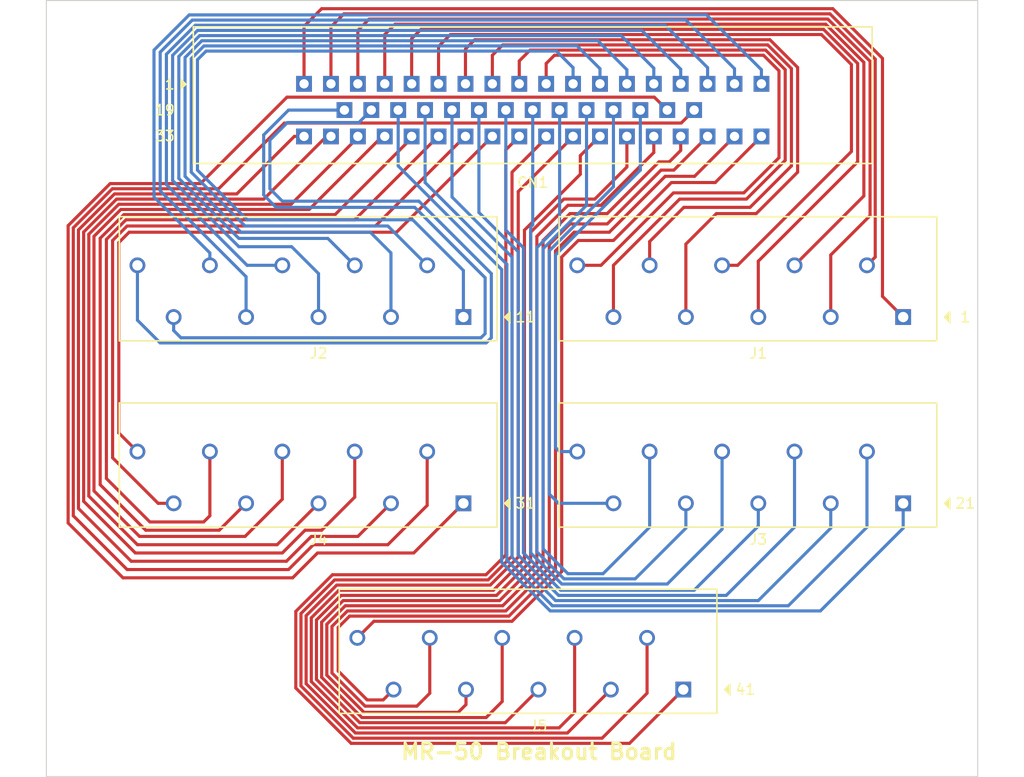
<source format=kicad_pcb>
(kicad_pcb (version 20211014) (generator pcbnew)
  (layers (0 "F.Cu" signal) (31 "B.Cu" signal) (34 "B.Paste" user) (35 "F.Paste" user) (36 "B.SilkS" user "B.Silkscreen") (37 "F.SilkS" user "F.Silkscreen") (38 "B.Mask" user) (39 "F.Mask" user) (44 "Edge.Cuts" user))
  (net 0 "")
  (net 1 "Net-(CN1-Pad1)")
  (net 2 "Net-(CN1-Pad2)")
  (net 3 "Net-(CN1-Pad3)")
  (net 4 "Net-(CN1-Pad4)")
  (net 5 "Net-(CN1-Pad5)")
  (net 6 "Net-(CN1-Pad6)")
  (net 7 "Net-(CN1-Pad7)")
  (net 8 "Net-(CN1-Pad8)")
  (net 9 "Net-(CN1-Pad9)")
  (net 10 "Net-(CN1-Pad10)")
  (net 11 "Net-(CN1-Pad11)")
  (net 12 "Net-(CN1-Pad12)")
  (net 13 "Net-(CN1-Pad13)")
  (net 14 "Net-(CN1-Pad14)")
  (net 15 "Net-(CN1-Pad15)")
  (net 16 "Net-(CN1-Pad16)")
  (net 17 "Net-(CN1-Pad17)")
  (net 18 "Net-(CN1-Pad18)")
  (net 19 "Net-(CN1-Pad19)")
  (net 20 "Net-(CN1-Pad20)")
  (net 21 "Net-(CN1-Pad21)")
  (net 22 "Net-(CN1-Pad22)")
  (net 23 "Net-(CN1-Pad23)")
  (net 24 "Net-(CN1-Pad24)")
  (net 25 "Net-(CN1-Pad25)")
  (net 26 "Net-(CN1-Pad26)")
  (net 27 "Net-(CN1-Pad27)")
  (net 28 "Net-(CN1-Pad28)")
  (net 29 "Net-(CN1-Pad29)")
  (net 30 "Net-(CN1-Pad30)")
  (net 31 "Net-(CN1-Pad31)")
  (net 32 "Net-(CN1-Pad32)")
  (net 33 "Net-(CN1-Pad33)")
  (net 34 "Net-(CN1-Pad34)")
  (net 35 "Net-(CN1-Pad35)")
  (net 36 "Net-(CN1-Pad36)")
  (net 37 "Net-(CN1-Pad37)")
  (net 38 "Net-(CN1-Pad38)")
  (net 39 "Net-(CN1-Pad39)")
  (net 40 "Net-(CN1-Pad40)")
  (net 41 "Net-(CN1-Pad41)")
  (net 42 "Net-(CN1-Pad42)")
  (net 43 "Net-(CN1-Pad43)")
  (net 44 "Net-(CN1-Pad44)")
  (net 45 "Net-(CN1-Pad45)")
  (net 46 "Net-(CN1-Pad46)")
  (net 47 "Net-(CN1-Pad47)")
  (net 48 "Net-(CN1-Pad48)")
  (net 49 "Net-(CN1-Pad49)")
  (net 50 "Net-(CN1-Pad50)")
  (footprint "MountingHole:MountingHole_3.2mm_M3" (layer "F.Cu") (at 188 89.41)
    (fp_text reference "REF**" hide)
    (fp_text value "MountingHole_3.2mm_M3")
  )
  (footprint "Connector_Phoenix_PTSA:PhoenixContact_PTSA_1,5_10_3,5-Z" (layer "F.Cu") (at 164.55 86 180)
    (fp_text reference "J5")
    (fp_text value "PTSA-1.5-10-3.5-Z")
  )
  (footprint "Connector_Phoenix_PTSA:PhoenixContact_PTSA_1,5_10_3,5-Z" (layer "F.Cu") (at 143.3 68 180)
    (fp_text reference "J4")
    (fp_text value "PTSA-1.5-10-3.5-Z")
  )
  (footprint "Connector_Phoenix_PTSA:PhoenixContact_PTSA_1,5_10_3,5-Z" (layer "F.Cu") (at 185.8 68 180)
    (fp_text reference "J3")
    (fp_text value "PTSA-1.5-10-3.5-Z")
  )
  (footprint "MountingHole:MountingHole_3.2mm_M3" (layer "F.Cu") (at 108 89.41)
    (fp_text reference "REF**" hide)
    (fp_text value "MountingHole_3.2mm_M3")
  )
  (footprint "Connector_Honda:MR-50RMA+" (layer "F.Cu") (at 150 30)
    (fp_text reference "CN1")
    (fp_text value "MR-50RMA+")
  )
  (footprint "Connector_Phoenix_PTSA:PhoenixContact_PTSA_1,5_10_3,5-Z" (layer "F.Cu") (at 143.3 50 180)
    (fp_text reference "J2")
    (fp_text value "PTSA-1.5-10-3.5-Z")
  )
  (footprint "Connector_Phoenix_PTSA:PhoenixContact_PTSA_1,5_10_3,5-Z" (layer "F.Cu") (at 185.8 50 180)
    (fp_text reference "J1")
    (fp_text value "PTSA-1.5-10-3.5-Z")
  )
  (footprint "MountingHole:MountingHole_3.2mm_M3" (layer "F.Cu") (at 188 24.41)
    (fp_text reference "REF**" hide)
    (fp_text value "MountingHole_3.2mm_M3")
  )
  (footprint "MountingHole:MountingHole_3.2mm_M3" (layer "F.Cu") (at 108 24.41)
    (fp_text reference "REF**" hide)
    (fp_text value "MountingHole_3.2mm_M3")
  )
  (gr_line (start 193 19.41) (end 103 19.41) (layer "Edge.Cuts") (width 0.1))
  (gr_line (start 193 94.41) (end 193 19.41) (layer "Edge.Cuts") (width 0.1))
  (gr_line (start 103 94.41) (end 193 94.41) (layer "Edge.Cuts") (width 0.1))
  (gr_line (start 103 19.41) (end 103 94.41) (layer "Edge.Cuts") (width 0.1))
  (gr_text "MR-50 Breakout Board" (at 150.6 92) (layer "F.SilkS") (effects (font (size 1.5 1.5) (thickness 0.3))))
  (segment (start 179 20.2) (end 183.8 25) (width 0.3) (layer "F.Cu") (net 1))
  (segment (start 183.8 48) (end 185.8 50) (width 0.3) (layer "F.Cu") (net 1))
  (segment (start 127.9 27.46) (end 127.9 21.9) (width 0.3) (layer "F.Cu") (net 1))
  (segment (start 183.8 25) (end 183.8 48) (width 0.3) (layer "F.Cu") (net 1))
  (segment (start 127.9 21.9) (end 129.6 20.2) (width 0.3) (layer "F.Cu") (net 1))
  (segment (start 129.6 20.2) (end 179 20.2) (width 0.3) (layer "F.Cu") (net 1))
  (segment (start 183.09952 44.20048) (end 182.3 45) (width 0.3) (layer "F.Cu") (net 2))
  (segment (start 183.09952 25.073808) (end 183.09952 44.20048) (width 0.3) (layer "F.Cu") (net 2))
  (segment (start 130.5 21.94952) (end 131.75 20.69952) (width 0.3) (layer "F.Cu") (net 2))
  (segment (start 130.5 27.46) (end 130.5 21.94952) (width 0.3) (layer "F.Cu") (net 2))
  (segment (start 131.75 20.69952) (end 178.725232 20.69952) (width 0.3) (layer "F.Cu") (net 2))
  (segment (start 178.725232 20.69952) (end 183.09952 25.073808) (width 0.3) (layer "F.Cu") (net 2))
  (segment (start 133.1 27.46) (end 133.1 22.3) (width 0.3) (layer "F.Cu") (net 3))
  (segment (start 182.6 25.280716) (end 182.6 40.2) (width 0.3) (layer "F.Cu") (net 3))
  (segment (start 178.520247 21.200963) (end 182.6 25.280716) (width 0.3) (layer "F.Cu") (net 3))
  (segment (start 182.6 40.2) (end 178.8 44) (width 0.3) (layer "F.Cu") (net 3))
  (segment (start 178.8 44) (end 178.8 50) (width 0.3) (layer "F.Cu") (net 3))
  (segment (start 134.199037 21.200963) (end 178.520247 21.200963) (width 0.3) (layer "F.Cu") (net 3))
  (segment (start 133.1 22.3) (end 134.199037 21.200963) (width 0.3) (layer "F.Cu") (net 3))
  (segment (start 178.313338 21.700482) (end 182 25.387144) (width 0.3) (layer "F.Cu") (net 4))
  (segment (start 182 38.3) (end 175.3 45) (width 0.3) (layer "F.Cu") (net 4))
  (segment (start 136.699518 21.700482) (end 178.313338 21.700482) (width 0.3) (layer "F.Cu") (net 4))
  (segment (start 182 25.387144) (end 182 38.3) (width 0.3) (layer "F.Cu") (net 4))
  (segment (start 135.7 27.46) (end 135.7 22.7) (width 0.3) (layer "F.Cu") (net 4))
  (segment (start 135.7 22.7) (end 136.699518 21.700482) (width 0.3) (layer "F.Cu") (net 4))
  (segment (start 138.3 27.46) (end 138.3 23.1) (width 0.3) (layer "F.Cu") (net 5))
  (segment (start 171.8 44.6) (end 171.8 50) (width 0.3) (layer "F.Cu") (net 5))
  (segment (start 178.106429 22.200001) (end 181.4 25.493572) (width 0.3) (layer "F.Cu") (net 5))
  (segment (start 181.4 35) (end 171.8 44.6) (width 0.3) (layer "F.Cu") (net 5))
  (segment (start 138.3 23.1) (end 139.199999 22.200001) (width 0.3) (layer "F.Cu") (net 5))
  (segment (start 181.4 25.493572) (end 181.4 35) (width 0.3) (layer "F.Cu") (net 5))
  (segment (start 139.199999 22.200001) (end 178.106429 22.200001) (width 0.3) (layer "F.Cu") (net 5))
  (segment (start 140.9 23.85) (end 142.05048 22.69952) (width 0.3) (layer "F.Cu") (net 6))
  (segment (start 177.89952 22.69952) (end 180.8 25.6) (width 0.3) (layer "F.Cu") (net 6))
  (segment (start 169.8 45) (end 168.3 45) (width 0.3) (layer "F.Cu") (net 6))
  (segment (start 142.05048 22.69952) (end 177.89952 22.69952) (width 0.3) (layer "F.Cu") (net 6))
  (segment (start 180.8 34) (end 169.8 45) (width 0.3) (layer "F.Cu") (net 6))
  (segment (start 180.8 25.6) (end 180.8 34) (width 0.3) (layer "F.Cu") (net 6))
  (segment (start 140.9 27.46) (end 140.9 23.85) (width 0.3) (layer "F.Cu") (net 6))
  (segment (start 144.399999 23.200001) (end 172.919284 23.200001) (width 0.3) (layer "F.Cu") (net 7))
  (segment (start 175.6 36) (end 171.6 40) (width 0.3) (layer "F.Cu") (net 7))
  (segment (start 171.6 40) (end 167.75 40) (width 0.3) (layer "F.Cu") (net 7))
  (segment (start 167.75 40) (end 164.8 42.95) (width 0.3) (layer "F.Cu") (net 7))
  (segment (start 164.8 42.95) (end 164.8 50) (width 0.3) (layer "F.Cu") (net 7))
  (segment (start 143.5 24.1) (end 144.399999 23.200001) (width 0.3) (layer "F.Cu") (net 7))
  (segment (start 175.6 25.880717) (end 175.6 36) (width 0.3) (layer "F.Cu") (net 7))
  (segment (start 143.5 27.46) (end 143.5 24.1) (width 0.3) (layer "F.Cu") (net 7))
  (segment (start 172.919284 23.200001) (end 175.6 25.880717) (width 0.3) (layer "F.Cu") (net 7))
  (segment (start 146.1 27.46) (end 146.1 24.7) (width 0.3) (layer "F.Cu") (net 8))
  (segment (start 172.713338 23.700482) (end 175 25.987144) (width 0.3) (layer "F.Cu") (net 8))
  (segment (start 147.099518 23.700482) (end 172.713338 23.700482) (width 0.3) (layer "F.Cu") (net 8))
  (segment (start 164.6 39.4) (end 161.3 42.7) (width 0.3) (layer "F.Cu") (net 8))
  (segment (start 175 35.4) (end 171 39.4) (width 0.3) (layer "F.Cu") (net 8))
  (segment (start 171 39.4) (end 164.6 39.4) (width 0.3) (layer "F.Cu") (net 8))
  (segment (start 175 25.987144) (end 175 35.4) (width 0.3) (layer "F.Cu") (net 8))
  (segment (start 161.3 42.7) (end 161.3 45) (width 0.3) (layer "F.Cu") (net 8))
  (segment (start 146.1 24.7) (end 147.099518 23.700482) (width 0.3) (layer "F.Cu") (net 8))
  (segment (start 157.8 45) (end 157.8 50) (width 0.3) (layer "F.Cu") (net 9))
  (segment (start 174.4 26.093572) (end 174.4 34.853213) (width 0.3) (layer "F.Cu") (net 9))
  (segment (start 170.653213 38.6) (end 164.2 38.6) (width 0.3) (layer "F.Cu") (net 9))
  (segment (start 148.7 27.46) (end 148.7 25.25) (width 0.3) (layer "F.Cu") (net 9))
  (segment (start 164.2 38.6) (end 157.8 45) (width 0.3) (layer "F.Cu") (net 9))
  (segment (start 148.7 25.25) (end 149.749999 24.200001) (width 0.3) (layer "F.Cu") (net 9))
  (segment (start 172.506429 24.200001) (end 174.4 26.093572) (width 0.3) (layer "F.Cu") (net 9))
  (segment (start 174.4 34.853213) (end 170.653213 38.6) (width 0.3) (layer "F.Cu") (net 9))
  (segment (start 149.749999 24.200001) (end 172.506429 24.200001) (width 0.3) (layer "F.Cu") (net 9))
  (segment (start 156.6 45) (end 154.3 45) (width 0.3) (layer "F.Cu") (net 10))
  (segment (start 172.29952 24.69952) (end 173.8 26.2) (width 0.3) (layer "F.Cu") (net 10))
  (segment (start 151.3 25.5) (end 152.10048 24.69952) (width 0.3) (layer "F.Cu") (net 10))
  (segment (start 151.3 27.46) (end 151.3 25.5) (width 0.3) (layer "F.Cu") (net 10))
  (segment (start 173.8 26.2) (end 173.8 34.6) (width 0.3) (layer "F.Cu") (net 10))
  (segment (start 152.10048 24.69952) (end 172.29952 24.69952) (width 0.3) (layer "F.Cu") (net 10))
  (segment (start 170.4 38) (end 163.6 38) (width 0.3) (layer "F.Cu") (net 10))
  (segment (start 173.8 34.6) (end 170.4 38) (width 0.3) (layer "F.Cu") (net 10))
  (segment (start 163.6 38) (end 156.6 45) (width 0.3) (layer "F.Cu") (net 10))
  (segment (start 153.9 25.9) (end 152.29664 24.29664) (width 0.3) (layer "B.Cu") (net 11))
  (segment (start 152.29664 24.29664) (end 118.4355 24.29664) (width 0.3) (layer "B.Cu") (net 11))
  (segment (start 117.6 35.8) (end 122.4 40.6) (width 0.3) (layer "B.Cu") (net 11))
  (segment (start 153.9 27.46) (end 153.9 25.9) (width 0.3) (layer "B.Cu") (net 11))
  (segment (start 122.4 40.6) (end 138.4 40.6) (width 0.3) (layer "B.Cu") (net 11))
  (segment (start 138.4 40.6) (end 143.3 45.5) (width 0.3) (layer "B.Cu") (net 11))
  (segment (start 118.4355 24.29664) (end 117.6 25.13214) (width 0.3) (layer "B.Cu") (net 11))
  (segment (start 117.6 25.13214) (end 117.6 35.8) (width 0.3) (layer "B.Cu") (net 11))
  (segment (start 143.3 45.5) (end 143.3 50) (width 0.3) (layer "B.Cu") (net 11))
  (segment (start 118.228592 23.79712) (end 117 25.025712) (width 0.3) (layer "B.Cu") (net 12))
  (segment (start 117 36) (end 122.2 41.2) (width 0.3) (layer "B.Cu") (net 12))
  (segment (start 154.29712 23.79712) (end 118.228592 23.79712) (width 0.3) (layer "B.Cu") (net 12))
  (segment (start 156.5 27.46) (end 156.5 26) (width 0.3) (layer "B.Cu") (net 12))
  (segment (start 136 41.2) (end 139.8 45) (width 0.3) (layer "B.Cu") (net 12))
  (segment (start 122.2 41.2) (end 136 41.2) (width 0.3) (layer "B.Cu") (net 12))
  (segment (start 156.5 26) (end 154.29712 23.79712) (width 0.3) (layer "B.Cu") (net 12))
  (segment (start 117 25.025712) (end 117 36) (width 0.3) (layer "B.Cu") (net 12))
  (segment (start 116.4 24.919284) (end 116.4 36.4) (width 0.3) (layer "B.Cu") (net 13))
  (segment (start 156.2976 23.2976) (end 118.021684 23.2976) (width 0.3) (layer "B.Cu") (net 13))
  (segment (start 136.3 43.8) (end 136.3 50) (width 0.3) (layer "B.Cu") (net 13))
  (segment (start 116.4 36.4) (end 121.8 41.8) (width 0.3) (layer "B.Cu") (net 13))
  (segment (start 159.1 26.1) (end 156.2976 23.2976) (width 0.3) (layer "B.Cu") (net 13))
  (segment (start 118.021684 23.2976) (end 116.4 24.919284) (width 0.3) (layer "B.Cu") (net 13))
  (segment (start 134.3 41.8) (end 136.3 43.8) (width 0.3) (layer "B.Cu") (net 13))
  (segment (start 121.8 41.8) (end 134.3 41.8) (width 0.3) (layer "B.Cu") (net 13))
  (segment (start 159.1 27.46) (end 159.1 26.1) (width 0.3) (layer "B.Cu") (net 13))
  (segment (start 161.7 25.95) (end 158.54808 22.79808) (width 0.3) (layer "B.Cu") (net 14))
  (segment (start 130.2 42.4) (end 132.8 45) (width 0.3) (layer "B.Cu") (net 14))
  (segment (start 161.7 27.46) (end 161.7 25.95) (width 0.3) (layer "B.Cu") (net 14))
  (segment (start 117.814776 22.79808) (end 115.8 24.812856) (width 0.3) (layer "B.Cu") (net 14))
  (segment (start 121.6 42.4) (end 130.2 42.4) (width 0.3) (layer "B.Cu") (net 14))
  (segment (start 115.8 36.6) (end 121.6 42.4) (width 0.3) (layer "B.Cu") (net 14))
  (segment (start 158.54808 22.79808) (end 117.814776 22.79808) (width 0.3) (layer "B.Cu") (net 14))
  (segment (start 115.8 24.812856) (end 115.8 36.6) (width 0.3) (layer "B.Cu") (net 14))
  (segment (start 115.2 36.8) (end 121.6 43.2) (width 0.3) (layer "B.Cu") (net 15))
  (segment (start 115.2 24.706428) (end 115.2 36.8) (width 0.3) (layer "B.Cu") (net 15))
  (segment (start 129.3 45.8) (end 129.3 50) (width 0.3) (layer "B.Cu") (net 15))
  (segment (start 160.54856 22.29856) (end 117.607868 22.29856) (width 0.3) (layer "B.Cu") (net 15))
  (segment (start 164.3 26.05) (end 160.54856 22.29856) (width 0.3) (layer "B.Cu") (net 15))
  (segment (start 164.3 27.46) (end 164.3 26.05) (width 0.3) (layer "B.Cu") (net 15))
  (segment (start 126.7 43.2) (end 129.3 45.8) (width 0.3) (layer "B.Cu") (net 15))
  (segment (start 121.6 43.2) (end 126.7 43.2) (width 0.3) (layer "B.Cu") (net 15))
  (segment (start 117.607868 22.29856) (end 115.2 24.706428) (width 0.3) (layer "B.Cu") (net 15))
  (segment (start 114.6 37.2) (end 122.4 45) (width 0.3) (layer "B.Cu") (net 16))
  (segment (start 162.79904 21.79904) (end 117.40096 21.79904) (width 0.3) (layer "B.Cu") (net 16))
  (segment (start 117.40096 21.79904) (end 114.6 24.6) (width 0.3) (layer "B.Cu") (net 16))
  (segment (start 166.9 27.46) (end 166.9 25.9) (width 0.3) (layer "B.Cu") (net 16))
  (segment (start 114.6 24.6) (end 114.6 37.2) (width 0.3) (layer "B.Cu") (net 16))
  (segment (start 166.9 25.9) (end 162.79904 21.79904) (width 0.3) (layer "B.Cu") (net 16))
  (segment (start 122.4 45) (end 125.8 45) (width 0.3) (layer "B.Cu") (net 16))
  (segment (start 164.79952 21.29952) (end 117.10048 21.29952) (width 0.3) (layer "B.Cu") (net 17))
  (segment (start 169.5 27.46) (end 169.5 26) (width 0.3) (layer "B.Cu") (net 17))
  (segment (start 114 24.4) (end 114 37.8) (width 0.3) (layer "B.Cu") (net 17))
  (segment (start 114 37.8) (end 122.3 46.1) (width 0.3) (layer "B.Cu") (net 17))
  (segment (start 122.3 46.1) (end 122.3 50) (width 0.3) (layer "B.Cu") (net 17))
  (segment (start 169.5 26) (end 164.79952 21.29952) (width 0.3) (layer "B.Cu") (net 17))
  (segment (start 117.10048 21.29952) (end 114 24.4) (width 0.3) (layer "B.Cu") (net 17))
  (segment (start 113.4 38.4) (end 118.8 43.8) (width 0.3) (layer "B.Cu") (net 18))
  (segment (start 172.1 27.46) (end 172.1 26.1) (width 0.3) (layer "B.Cu") (net 18))
  (segment (start 172.1 26.1) (end 166.8 20.8) (width 0.3) (layer "B.Cu") (net 18))
  (segment (start 166.8 20.8) (end 116.8 20.8) (width 0.3) (layer "B.Cu") (net 18))
  (segment (start 118.8 43.8) (end 118.8 45) (width 0.3) (layer "B.Cu") (net 18))
  (segment (start 116.8 20.8) (end 113.4 24.2) (width 0.3) (layer "B.Cu") (net 18))
  (segment (start 113.4 24.2) (end 113.4 38.4) (width 0.3) (layer "B.Cu") (net 18))
  (segment (start 124 32.4) (end 124 38.2) (width 0.3) (layer "B.Cu") (net 19))
  (segment (start 116 52) (end 115.3 51.3) (width 0.3) (layer "B.Cu") (net 19))
  (segment (start 124 38.2) (end 125.2 39.4) (width 0.3) (layer "B.Cu") (net 19))
  (segment (start 126.4 30) (end 124 32.4) (width 0.3) (layer "B.Cu") (net 19))
  (segment (start 138.6 39.4) (end 145.4 46.2) (width 0.3) (layer "B.Cu") (net 19))
  (segment (start 131.8 30) (end 126.4 30) (width 0.3) (layer "B.Cu") (net 19))
  (segment (start 115.3 51.3) (end 115.3 50) (width 0.3) (layer "B.Cu") (net 19))
  (segment (start 145.4 46.2) (end 145.4 51.6) (width 0.3) (layer "B.Cu") (net 19))
  (segment (start 145 52) (end 116 52) (width 0.3) (layer "B.Cu") (net 19))
  (segment (start 145.4 51.6) (end 145 52) (width 0.3) (layer "B.Cu") (net 19))
  (segment (start 125.2 39.4) (end 138.6 39.4) (width 0.3) (layer "B.Cu") (net 19))
  (segment (start 145.500481 52.499519) (end 113.999519 52.499519) (width 0.3) (layer "B.Cu") (net 20))
  (segment (start 113.999519 52.499519) (end 111.8 50.3) (width 0.3) (layer "B.Cu") (net 20))
  (segment (start 125.80288 38.80288) (end 139.00288 38.80288) (width 0.3) (layer "B.Cu") (net 20))
  (segment (start 124.6 37.6) (end 125.80288 38.80288) (width 0.3) (layer "B.Cu") (net 20))
  (segment (start 124.6 32.9) (end 124.6 37.6) (width 0.3) (layer "B.Cu") (net 20))
  (segment (start 146 52) (end 145.500481 52.499519) (width 0.3) (layer "B.Cu") (net 20))
  (segment (start 146 45.8) (end 146 52) (width 0.3) (layer "B.Cu") (net 20))
  (segment (start 133.2 31.2) (end 126.3 31.2) (width 0.3) (layer "B.Cu") (net 20))
  (segment (start 111.8 50.3) (end 111.8 45) (width 0.3) (layer "B.Cu") (net 20))
  (segment (start 139.00288 38.80288) (end 146 45.8) (width 0.3) (layer "B.Cu") (net 20))
  (segment (start 134.4 30) (end 133.2 31.2) (width 0.3) (layer "B.Cu") (net 20))
  (segment (start 126.3 31.2) (end 124.6 32.9) (width 0.3) (layer "B.Cu") (net 20))
  (segment (start 177.800001 78.399999) (end 185.8 70.4) (width 0.3) (layer "B.Cu") (net 21))
  (segment (start 147.000001 73.706429) (end 151.693571 78.399999) (width 0.3) (layer "B.Cu") (net 21))
  (segment (start 137 35.4) (end 147.000001 45.400001) (width 0.3) (layer "B.Cu") (net 21))
  (segment (start 137 30) (end 137 35.4) (width 0.3) (layer "B.Cu") (net 21))
  (segment (start 147.000001 45.400001) (end 147.000001 73.706429) (width 0.3) (layer "B.Cu") (net 21))
  (segment (start 151.693571 78.399999) (end 177.800001 78.399999) (width 0.3) (layer "B.Cu") (net 21))
  (segment (start 185.8 70.4) (end 185.8 68) (width 0.3) (layer "B.Cu") (net 21))
  (segment (start 174.69952 77.90048) (end 182.3 70.3) (width 0.3) (layer "B.Cu") (net 22))
  (segment (start 151.90048 77.90048) (end 174.69952 77.90048) (width 0.3) (layer "B.Cu") (net 22))
  (segment (start 147.49952 44.89952) (end 147.49952 73.49952) (width 0.3) (layer "B.Cu") (net 22))
  (segment (start 139.6 37) (end 147.49952 44.89952) (width 0.3) (layer "B.Cu") (net 22))
  (segment (start 182.3 70.3) (end 182.3 63) (width 0.3) (layer "B.Cu") (net 22))
  (segment (start 139.6 30) (end 139.6 37) (width 0.3) (layer "B.Cu") (net 22))
  (segment (start 147.49952 73.49952) (end 151.90048 77.90048) (width 0.3) (layer "B.Cu") (net 22))
  (segment (start 178.8 70.4) (end 178.8 68) (width 0.3) (layer "B.Cu") (net 23))
  (segment (start 147.99904 44.19904) (end 147.99904 73.19904) (width 0.3) (layer "B.Cu") (net 23))
  (segment (start 142.2 30) (end 142.2 38.4) (width 0.3) (layer "B.Cu") (net 23))
  (segment (start 147.99904 73.19904) (end 152.20096 77.40096) (width 0.3) (layer "B.Cu") (net 23))
  (segment (start 142.2 38.4) (end 147.99904 44.19904) (width 0.3) (layer "B.Cu") (net 23))
  (segment (start 171.79904 77.40096) (end 178.8 70.4) (width 0.3) (layer "B.Cu") (net 23))
  (segment (start 152.20096 77.40096) (end 171.79904 77.40096) (width 0.3) (layer "B.Cu") (net 23))
  (segment (start 148.6 73) (end 148.6 43.693572) (width 0.3) (layer "B.Cu") (net 24))
  (segment (start 175.3 63) (end 175.3 70.3) (width 0.3) (layer "B.Cu") (net 24))
  (segment (start 168.69856 76.90144) (end 152.50144 76.90144) (width 0.3) (layer "B.Cu") (net 24))
  (segment (start 175.3 70.3) (end 168.69856 76.90144) (width 0.3) (layer "B.Cu") (net 24))
  (segment (start 152.50144 76.90144) (end 148.6 73) (width 0.3) (layer "B.Cu") (net 24))
  (segment (start 148.6 43.693572) (end 144.8 39.893572) (width 0.3) (layer "B.Cu") (net 24))
  (segment (start 144.8 39.893572) (end 144.8 30) (width 0.3) (layer "B.Cu") (net 24))
  (segment (start 149.09952 72.793092) (end 152.706428 76.4) (width 0.3) (layer "B.Cu") (net 25))
  (segment (start 147.4 41.6) (end 149.09952 43.29952) (width 0.3) (layer "B.Cu") (net 25))
  (segment (start 147.4 30) (end 147.4 41.6) (width 0.3) (layer "B.Cu") (net 25))
  (segment (start 149.09952 43.29952) (end 149.09952 72.793092) (width 0.3) (layer "B.Cu") (net 25))
  (segment (start 171.8 70.2) (end 171.8 68) (width 0.3) (layer "B.Cu") (net 25))
  (segment (start 165.6 76.4) (end 171.8 70.2) (width 0.3) (layer "B.Cu") (net 25))
  (segment (start 152.706428 76.4) (end 165.6 76.4) (width 0.3) (layer "B.Cu") (net 25))
  (segment (start 149.8 41.293572) (end 149.8 72.787144) (width 0.3) (layer "B.Cu") (net 26))
  (segment (start 152.812856 75.8) (end 163 75.8) (width 0.3) (layer "B.Cu") (net 26))
  (segment (start 150 41.093572) (end 149.8 41.293572) (width 0.3) (layer "B.Cu") (net 26))
  (segment (start 168.3 70.5) (end 168.3 63) (width 0.3) (layer "B.Cu") (net 26))
  (segment (start 163 75.8) (end 168.3 70.5) (width 0.3) (layer "B.Cu") (net 26))
  (segment (start 149.8 72.787144) (end 152.812856 75.8) (width 0.3) (layer "B.Cu") (net 26))
  (segment (start 150 30) (end 150 41.093572) (width 0.3) (layer "B.Cu") (net 26))
  (segment (start 152.6 30) (end 152.6 41.093572) (width 0.3) (layer "B.Cu") (net 27))
  (segment (start 152.6 41.093572) (end 150.4 43.293572) (width 0.3) (layer "B.Cu") (net 27))
  (segment (start 159.89952 75.30048) (end 164.8 70.4) (width 0.3) (layer "B.Cu") (net 27))
  (segment (start 150.4 43.293572) (end 150.4 72.680716) (width 0.3) (layer "B.Cu") (net 27))
  (segment (start 153.019764 75.30048) (end 159.89952 75.30048) (width 0.3) (layer "B.Cu") (net 27))
  (segment (start 150.4 72.680716) (end 153.019764 75.30048) (width 0.3) (layer "B.Cu") (net 27))
  (segment (start 164.8 70.4) (end 164.8 68) (width 0.3) (layer "B.Cu") (net 27))
  (segment (start 153.40096 74.80096) (end 156.79904 74.80096) (width 0.3) (layer "B.Cu") (net 28))
  (segment (start 161.3 70.3) (end 161.3 63) (width 0.3) (layer "B.Cu") (net 28))
  (segment (start 155.2 30) (end 155.2 39.2) (width 0.3) (layer "B.Cu") (net 28))
  (segment (start 151 43.4) (end 151 72.4) (width 0.3) (layer "B.Cu") (net 28))
  (segment (start 155.2 39.2) (end 151 43.4) (width 0.3) (layer "B.Cu") (net 28))
  (segment (start 156.79904 74.80096) (end 161.3 70.3) (width 0.3) (layer "B.Cu") (net 28))
  (segment (start 151 72.4) (end 153.40096 74.80096) (width 0.3) (layer "B.Cu") (net 28))
  (segment (start 151.6 67.1) (end 152.5 68) (width 0.3) (layer "B.Cu") (net 29))
  (segment (start 157.8 30) (end 157.8 37.4) (width 0.3) (layer "B.Cu") (net 29))
  (segment (start 157.8 37.4) (end 151.6 43.6) (width 0.3) (layer "B.Cu") (net 29))
  (segment (start 151.6 43.6) (end 151.6 67.1) (width 0.3) (layer "B.Cu") (net 29))
  (segment (start 152.5 68) (end 157.8 68) (width 0.3) (layer "B.Cu") (net 29))
  (segment (start 152.2 62.6) (end 152.6 63) (width 0.3) (layer "B.Cu") (net 30))
  (segment (start 152.6 63) (end 154.3 63) (width 0.3) (layer "B.Cu") (net 30))
  (segment (start 152.2 44) (end 152.2 62.6) (width 0.3) (layer "B.Cu") (net 30))
  (segment (start 160.4 30) (end 160.4 35.8) (width 0.3) (layer "B.Cu") (net 30))
  (segment (start 160.4 35.8) (end 152.2 44) (width 0.3) (layer "B.Cu") (net 30))
  (segment (start 126.25 28.75) (end 117.897599 37.102401) (width 0.3) (layer "F.Cu") (net 31))
  (segment (start 126.8 75.2) (end 129.2 72.8) (width 0.3) (layer "F.Cu") (net 31))
  (segment (start 138.5 72.8) (end 143.3 68) (width 0.3) (layer "F.Cu") (net 31))
  (segment (start 105.102402 69.902402) (end 110.4 75.2) (width 0.3) (layer "F.Cu") (net 31))
  (segment (start 161.75 28.75) (end 126.25 28.75) (width 0.3) (layer "F.Cu") (net 31))
  (segment (start 163 30) (end 161.75 28.75) (width 0.3) (layer "F.Cu") (net 31))
  (segment (start 117.897599 37.102401) (end 109.165462 37.102403) (width 0.3) (layer "F.Cu") (net 31))
  (segment (start 110.4 75.2) (end 126.8 75.2) (width 0.3) (layer "F.Cu") (net 31))
  (segment (start 109.165462 37.102403) (end 105.102402 41.165465) (width 0.3) (layer "F.Cu") (net 31))
  (segment (start 105.102402 41.165465) (end 105.102402 69.902402) (width 0.3) (layer "F.Cu") (net 31))
  (segment (start 129.2 72.8) (end 138.5 72.8) (width 0.3) (layer "F.Cu") (net 31))
  (segment (start 128.8 72) (end 136 72) (width 0.3) (layer "F.Cu") (net 32))
  (segment (start 165.6 30) (end 164.35 31.25) (width 0.3) (layer "F.Cu") (net 32))
  (segment (start 126 31.25) (end 119.648079 37.601921) (width 0.3) (layer "F.Cu") (net 32))
  (segment (start 110.8 74.4) (end 126.4 74.4) (width 0.3) (layer "F.Cu") (net 32))
  (segment (start 109.372371 37.601922) (end 105.601922 41.372372) (width 0.3) (layer "F.Cu") (net 32))
  (segment (start 164.35 31.25) (end 126 31.25) (width 0.3) (layer "F.Cu") (net 32))
  (segment (start 136 72) (end 139.8 68.2) (width 0.3) (layer "F.Cu") (net 32))
  (segment (start 119.648079 37.601921) (end 109.372371 37.601922) (width 0.3) (layer "F.Cu") (net 32))
  (segment (start 105.601922 41.372372) (end 105.601922 69.201922) (width 0.3) (layer "F.Cu") (net 32))
  (segment (start 126.4 74.4) (end 128.8 72) (width 0.3) (layer "F.Cu") (net 32))
  (segment (start 139.8 68.2) (end 139.8 63) (width 0.3) (layer "F.Cu") (net 32))
  (segment (start 105.601922 69.201922) (end 110.8 74.4) (width 0.3) (layer "F.Cu") (net 32))
  (segment (start 126.2 73.6) (end 128.6 71.2) (width 0.3) (layer "F.Cu") (net 33))
  (segment (start 106.101442 41.579279) (end 106.101442 68.501442) (width 0.3) (layer "F.Cu") (net 33))
  (segment (start 109.57928 38.101441) (end 106.101442 41.579279) (width 0.3) (layer "F.Cu") (net 33))
  (segment (start 106.101442 68.501442) (end 111.2 73.6) (width 0.3) (layer "F.Cu") (net 33))
  (segment (start 127.9 32.54) (end 126.96 32.54) (width 0.3) (layer "F.Cu") (net 33))
  (segment (start 121.398559 38.101441) (end 109.57928 38.101441) (width 0.3) (layer "F.Cu") (net 33))
  (segment (start 126.96 32.54) (end 121.398559 38.101441) (width 0.3) (layer "F.Cu") (net 33))
  (segment (start 133.1 71.2) (end 136.3 68) (width 0.3) (layer "F.Cu") (net 33))
  (segment (start 111.2 73.6) (end 126.2 73.6) (width 0.3) (layer "F.Cu") (net 33))
  (segment (start 128.6 71.2) (end 133.1 71.2) (width 0.3) (layer "F.Cu") (net 33))
  (segment (start 125.8 72.8) (end 128 70.6) (width 0.3) (layer "F.Cu") (net 34))
  (segment (start 128 70.6) (end 129.6 70.6) (width 0.3) (layer "F.Cu") (net 34))
  (segment (start 109.786182 38.600963) (end 106.600961 41.786187) (width 0.3) (layer "F.Cu") (net 34))
  (segment (start 111.6 72.8) (end 125.8 72.8) (width 0.3) (layer "F.Cu") (net 34))
  (segment (start 130.073022 32.54) (end 124.012062 38.60096) (width 0.3) (layer "F.Cu") (net 34))
  (segment (start 124.012062 38.60096) (end 109.786182 38.600963) (width 0.3) (layer "F.Cu") (net 34))
  (segment (start 106.600961 67.800961) (end 111.6 72.8) (width 0.3) (layer "F.Cu") (net 34))
  (segment (start 106.600961 41.786187) (end 106.600961 67.800961) (width 0.3) (layer "F.Cu") (net 34))
  (segment (start 129.6 70.6) (end 132.8 67.4) (width 0.3) (layer "F.Cu") (net 34))
  (segment (start 132.8 67.4) (end 132.8 63) (width 0.3) (layer "F.Cu") (net 34))
  (segment (start 130.5 32.54) (end 130.073022 32.54) (width 0.3) (layer "F.Cu") (net 34))
  (segment (start 126.64952 39.10048) (end 109.993091 39.100481) (width 0.3) (layer "F.Cu") (net 35))
  (segment (start 107.10048 41.993093) (end 107.10048 67.30048) (width 0.3) (layer "F.Cu") (net 35))
  (segment (start 109.993091 39.100481) (end 107.10048 41.993093) (width 0.3) (layer "F.Cu") (net 35))
  (segment (start 107.10048 67.30048) (end 111.8 72) (width 0.3) (layer "F.Cu") (net 35))
  (segment (start 133.1 32.65) (end 126.64952 39.10048) (width 0.3) (layer "F.Cu") (net 35))
  (segment (start 125.3 72) (end 129.3 68) (width 0.3) (layer "F.Cu") (net 35))
  (segment (start 111.8 72) (end 125.3 72) (width 0.3) (layer "F.Cu") (net 35))
  (segment (start 133.1 32.54) (end 133.1 32.65) (width 0.3) (layer "F.Cu") (net 35))
  (segment (start 128.4 39.6) (end 110.2 39.6) (width 0.3) (layer "F.Cu") (net 36))
  (segment (start 112 71.2) (end 122.2 71.2) (width 0.3) (layer "F.Cu") (net 36))
  (segment (start 107.6 42.2) (end 107.6 66.8) (width 0.3) (layer "F.Cu") (net 36))
  (segment (start 125.8 67.6) (end 125.8 63) (width 0.3) (layer "F.Cu") (net 36))
  (segment (start 107.6 66.8) (end 112 71.2) (width 0.3) (layer "F.Cu") (net 36))
  (segment (start 122.2 71.2) (end 125.8 67.6) (width 0.3) (layer "F.Cu") (net 36))
  (segment (start 110.2 39.6) (end 107.6 42.2) (width 0.3) (layer "F.Cu") (net 36))
  (segment (start 135.46 32.54) (end 128.4 39.6) (width 0.3) (layer "F.Cu") (net 36))
  (segment (start 135.7 32.54) (end 135.46 32.54) (width 0.3) (layer "F.Cu") (net 36))
  (segment (start 138.3 32.7) (end 130.89952 40.10048) (width 0.3) (layer "F.Cu") (net 37))
  (segment (start 108.2 42.387144) (end 108.2 66.2) (width 0.3) (layer "F.Cu") (net 37))
  (segment (start 119.7 70.6) (end 122.3 68) (width 0.3) (layer "F.Cu") (net 37))
  (segment (start 112.6 70.6) (end 119.7 70.6) (width 0.3) (layer "F.Cu") (net 37))
  (segment (start 130.89952 40.10048) (end 110.486665 40.10048) (width 0.3) (layer "F.Cu") (net 37))
  (segment (start 108.2 66.2) (end 112.6 70.6) (width 0.3) (layer "F.Cu") (net 37))
  (segment (start 138.3 32.54) (end 138.3 32.7) (width 0.3) (layer "F.Cu") (net 37))
  (segment (start 110.486665 40.10048) (end 108.2 42.387144) (width 0.3) (layer "F.Cu") (net 37))
  (segment (start 113 69.8) (end 118.2 69.8) (width 0.3) (layer "F.Cu") (net 38))
  (segment (start 108.8 42.493572) (end 108.8 65.6) (width 0.3) (layer "F.Cu") (net 38))
  (segment (start 140.9 32.54) (end 140.86 32.54) (width 0.3) (layer "F.Cu") (net 38))
  (segment (start 118.8 69.2) (end 118.8 63) (width 0.3) (layer "F.Cu") (net 38))
  (segment (start 140.86 32.54) (end 132.8 40.6) (width 0.3) (layer "F.Cu") (net 38))
  (segment (start 108.8 65.6) (end 113 69.8) (width 0.3) (layer "F.Cu") (net 38))
  (segment (start 118.2 69.8) (end 118.8 69.2) (width 0.3) (layer "F.Cu") (net 38))
  (segment (start 110.693572 40.6) (end 108.8 42.493572) (width 0.3) (layer "F.Cu") (net 38))
  (segment (start 132.8 40.6) (end 110.693572 40.6) (width 0.3) (layer "F.Cu") (net 38))
  (segment (start 134.8 41.2) (end 110.8 41.2) (width 0.3) (layer "F.Cu") (net 39))
  (segment (start 113.8 68) (end 115.3 68) (width 0.3) (layer "F.Cu") (net 39))
  (segment (start 143.5 32.54) (end 143.46 32.54) (width 0.3) (layer "F.Cu") (net 39))
  (segment (start 109.4 42.6) (end 109.4 63.6) (width 0.3) (layer "F.Cu") (net 39))
  (segment (start 109.4 63.6) (end 113.8 68) (width 0.3) (layer "F.Cu") (net 39))
  (segment (start 143.46 32.54) (end 134.8 41.2) (width 0.3) (layer "F.Cu") (net 39))
  (segment (start 110.8 41.2) (end 109.4 42.6) (width 0.3) (layer "F.Cu") (net 39))
  (segment (start 136.84 41.8) (end 111 41.8) (width 0.3) (layer "F.Cu") (net 40))
  (segment (start 110 61.2) (end 111.8 63) (width 0.3) (layer "F.Cu") (net 40))
  (segment (start 110 42.8) (end 110 61.2) (width 0.3) (layer "F.Cu") (net 40))
  (segment (start 146.1 32.54) (end 136.84 41.8) (width 0.3) (layer "F.Cu") (net 40))
  (segment (start 111 41.8) (end 110 42.8) (width 0.3) (layer "F.Cu") (net 40))
  (segment (start 130.646181 74.902401) (end 127.103364 78.445218) (width 0.3) (layer "F.Cu") (net 41))
  (segment (start 147.4 72.987144) (end 145.484743 74.902401) (width 0.3) (layer "F.Cu") (net 41))
  (segment (start 159.352881 91.197119) (end 164.55 86) (width 0.3) (layer "F.Cu") (net 41))
  (segment (start 127.103364 85.848358) (end 132.452125 91.197119) (width 0.3) (layer "F.Cu") (net 41))
  (segment (start 145.484743 74.902401) (end 130.646181 74.902401) (width 0.3) (layer "F.Cu") (net 41))
  (segment (start 147.4 33.84) (end 147.4 72.987144) (width 0.3) (layer "F.Cu") (net 41))
  (segment (start 127.103364 78.445218) (end 127.103364 85.848358) (width 0.3) (layer "F.Cu") (net 41))
  (segment (start 148.7 32.54) (end 147.4 33.84) (width 0.3) (layer "F.Cu") (net 41))
  (segment (start 132.452125 91.197119) (end 159.352881 91.197119) (width 0.3) (layer "F.Cu") (net 41))
  (segment (start 130.853087 75.401922) (end 127.602881 78.652129) (width 0.3) (layer "F.Cu") (net 42))
  (segment (start 145.691652 75.40192) (end 130.853087 75.401922) (width 0.3) (layer "F.Cu") (net 42))
  (segment (start 127.602882 85.641449) (end 132.659034 90.697599) (width 0.3) (layer "F.Cu") (net 42))
  (segment (start 151.3 32.7) (end 148 36) (width 0.3) (layer "F.Cu") (net 42))
  (segment (start 127.602881 78.652129) (end 127.602882 85.641449) (width 0.3) (layer "F.Cu") (net 42))
  (segment (start 148 36) (end 148 73.093572) (width 0.3) (layer "F.Cu") (net 42))
  (segment (start 161.05 86.35) (end 161.05 81) (width 0.3) (layer "F.Cu") (net 42))
  (segment (start 148 73.093572) (end 145.691652 75.40192) (width 0.3) (layer "F.Cu") (net 42))
  (segment (start 132.659034 90.697599) (end 156.702401 90.697599) (width 0.3) (layer "F.Cu") (net 42))
  (segment (start 156.702401 90.697599) (end 161.05 86.35) (width 0.3) (layer "F.Cu") (net 42))
  (segment (start 151.3 32.54) (end 151.3 32.7) (width 0.3) (layer "F.Cu") (net 42))
  (segment (start 153.351921 90.198079) (end 157.55 86) (width 0.3) (layer "F.Cu") (net 43))
  (segment (start 128.102401 85.43454) (end 132.865941 90.198079) (width 0.3) (layer "F.Cu") (net 43))
  (segment (start 153.9 32.54) (end 153.9 32.57) (width 0.3) (layer "F.Cu") (net 43))
  (segment (start 132.865941 90.198079) (end 153.351921 90.198079) (width 0.3) (layer "F.Cu") (net 43))
  (segment (start 128.102401 78.859036) (end 128.102401 85.43454) (width 0.3) (layer "F.Cu") (net 43))
  (segment (start 148.6 73.2) (end 145.89856 75.90144) (width 0.3) (layer "F.Cu") (net 43))
  (segment (start 148.6 37.87) (end 148.6 73.2) (width 0.3) (layer "F.Cu") (net 43))
  (segment (start 145.89856 75.90144) (end 131.059996 75.901441) (width 0.3) (layer "F.Cu") (net 43))
  (segment (start 153.9 32.57) (end 148.6 37.87) (width 0.3) (layer "F.Cu") (net 43))
  (segment (start 131.059996 75.901441) (end 128.102401 78.859036) (width 0.3) (layer "F.Cu") (net 43))
  (segment (start 133.072848 89.698559) (end 152.551441 89.698559) (width 0.3) (layer "F.Cu") (net 44))
  (segment (start 131.266905 76.40096) (end 128.60192 79.065945) (width 0.3) (layer "F.Cu") (net 44))
  (segment (start 128.601922 85.227633) (end 133.072848 89.698559) (width 0.3) (layer "F.Cu") (net 44))
  (segment (start 128.60192 79.065945) (end 128.601922 85.227633) (width 0.3) (layer "F.Cu") (net 44))
  (segment (start 154.6 36.2) (end 149.2 41.6) (width 0.3) (layer "F.Cu") (net 44))
  (segment (start 156.5 32.54) (end 156.46 32.54) (width 0.3) (layer "F.Cu") (net 44))
  (segment (start 154.6 34.4) (end 154.6 36.2) (width 0.3) (layer "F.Cu") (net 44))
  (segment (start 154.05 88.2) (end 154.05 81) (width 0.3) (layer "F.Cu") (net 44))
  (segment (start 149.2 41.6) (end 149.2 73.4) (width 0.3) (layer "F.Cu") (net 44))
  (segment (start 146.19904 76.40096) (end 131.266905 76.40096) (width 0.3) (layer "F.Cu") (net 44))
  (segment (start 152.551441 89.698559) (end 154.05 88.2) (width 0.3) (layer "F.Cu") (net 44))
  (segment (start 156.46 32.54) (end 154.6 34.4) (width 0.3) (layer "F.Cu") (net 44))
  (segment (start 149.2 73.4) (end 146.19904 76.40096) (width 0.3) (layer "F.Cu") (net 44))
  (segment (start 156 38.6) (end 153 38.6) (width 0.3) (layer "F.Cu") (net 45))
  (segment (start 133.279756 89.199039) (end 147.350961 89.199039) (width 0.3) (layer "F.Cu") (net 45))
  (segment (start 129.101441 85.020724) (end 133.279756 89.199039) (width 0.3) (layer "F.Cu") (net 45))
  (segment (start 153 38.6) (end 149.8 41.8) (width 0.3) (layer "F.Cu") (net 45))
  (segment (start 159.1 32.54) (end 159.1 35.5) (width 0.3) (layer "F.Cu") (net 45))
  (segment (start 147.350961 89.199039) (end 150.55 86) (width 0.3) (layer "F.Cu") (net 45))
  (segment (start 149.8 41.8) (end 149.8 73.6) (width 0.3) (layer "F.Cu") (net 45))
  (segment (start 159.1 35.5) (end 156 38.6) (width 0.3) (layer "F.Cu") (net 45))
  (segment (start 129.10144 79.272852) (end 129.101441 85.020724) (width 0.3) (layer "F.Cu") (net 45))
  (segment (start 131.473812 76.90048) (end 129.10144 79.272852) (width 0.3) (layer "F.Cu") (net 45))
  (segment (start 149.8 73.6) (end 146.49952 76.90048) (width 0.3) (layer "F.Cu") (net 45))
  (segment (start 146.49952 76.90048) (end 131.473812 76.90048) (width 0.3) (layer "F.Cu") (net 45))
  (segment (start 150.4 42.2) (end 150.4 73.8) (width 0.3) (layer "F.Cu") (net 46))
  (segment (start 133.486665 88.69952) (end 145.5024 88.69952) (width 0.3) (layer "F.Cu") (net 46))
  (segment (start 131.680718 77.4) (end 129.60096 79.479759) (width 0.3) (layer "F.Cu") (net 46))
  (segment (start 129.60096 84.813815) (end 133.486665 88.69952) (width 0.3) (layer "F.Cu") (net 46))
  (segment (start 146.8 77.4) (end 131.680718 77.4) (width 0.3) (layer "F.Cu") (net 46))
  (segment (start 129.60096 79.479759) (end 129.60096 84.813815) (width 0.3) (layer "F.Cu") (net 46))
  (segment (start 145.5024 88.69952) (end 147.05 87.15192) (width 0.3) (layer "F.Cu") (net 46))
  (segment (start 161.7 34.1) (end 156.6 39.2) (width 0.3) (layer "F.Cu") (net 46))
  (segment (start 153.4 39.2) (end 150.4 42.2) (width 0.3) (layer "F.Cu") (net 46))
  (segment (start 150.4 73.8) (end 146.8 77.4) (width 0.3) (layer "F.Cu") (net 46))
  (segment (start 156.6 39.2) (end 153.4 39.2) (width 0.3) (layer "F.Cu") (net 46))
  (segment (start 147.05 87.15192) (end 147.05 81) (width 0.3) (layer "F.Cu") (net 46))
  (segment (start 161.7 32.54) (end 161.7 34.1) (width 0.3) (layer "F.Cu") (net 46))
  (segment (start 130.100481 84.606909) (end 133.693572 88.2) (width 0.3) (layer "F.Cu") (net 47))
  (segment (start 153.6 40) (end 151 42.6) (width 0.3) (layer "F.Cu") (net 47))
  (segment (start 130.10048 79.686666) (end 130.100481 84.606909) (width 0.3) (layer "F.Cu") (net 47))
  (segment (start 162.2 35) (end 157.2 40) (width 0.3) (layer "F.Cu") (net 47))
  (segment (start 157.2 40) (end 153.6 40) (width 0.3) (layer "F.Cu") (net 47))
  (segment (start 147.09952 77.90048) (end 131.886664 77.900481) (width 0.3) (layer "F.Cu") (net 47))
  (segment (start 151 42.6) (end 151 74) (width 0.3) (layer "F.Cu") (net 47))
  (segment (start 131.886664 77.900481) (end 130.10048 79.686666) (width 0.3) (layer "F.Cu") (net 47))
  (segment (start 133.693572 88.2) (end 142.8 88.2) (width 0.3) (layer "F.Cu") (net 47))
  (segment (start 164.3 33.9) (end 163.2 35) (width 0.3) (layer "F.Cu") (net 47))
  (segment (start 164.3 32.54) (end 164.3 33.9) (width 0.3) (layer "F.Cu") (net 47))
  (segment (start 163.2 35) (end 162.2 35) (width 0.3) (layer "F.Cu") (net 47))
  (segment (start 143.55 87.45) (end 143.55 86) (width 0.3) (layer "F.Cu") (net 47))
  (segment (start 151 74) (end 147.09952 77.90048) (width 0.3) (layer "F.Cu") (net 47))
  (segment (start 142.8 88.2) (end 143.55 87.45) (width 0.3) (layer "F.Cu") (net 47))
  (segment (start 151.6 43) (end 151.6 74.2) (width 0.3) (layer "F.Cu") (net 48))
  (segment (start 151.6 74.2) (end 147.4 78.4) (width 0.3) (layer "F.Cu") (net 48))
  (segment (start 163.64 35.8) (end 162.4 35.8) (width 0.3) (layer "F.Cu") (net 48))
  (segment (start 140.05 86.356427) (end 140.05 81) (width 0.3) (layer "F.Cu") (net 48))
  (segment (start 162.4 35.8) (end 157.2 41) (width 0.3) (layer "F.Cu") (net 48))
  (segment (start 138.806427 87.6) (end 140.05 86.356427) (width 0.3) (layer "F.Cu") (net 48))
  (segment (start 130.6 84.4) (end 133.8 87.6) (width 0.3) (layer "F.Cu") (net 48))
  (segment (start 166.9 32.54) (end 163.64 35.8) (width 0.3) (layer "F.Cu") (net 48))
  (segment (start 132.093573 78.4) (end 130.6 79.893573) (width 0.3) (layer "F.Cu") (net 48))
  (segment (start 153.6 41) (end 151.6 43) (width 0.3) (layer "F.Cu") (net 48))
  (segment (start 133.8 87.6) (end 138.806427 87.6) (width 0.3) (layer "F.Cu") (net 48))
  (segment (start 157.2 41) (end 153.6 41) (width 0.3) (layer "F.Cu") (net 48))
  (segment (start 147.4 78.4) (end 132.093573 78.4) (width 0.3) (layer "F.Cu") (net 48))
  (segment (start 130.6 79.893573) (end 130.6 84.4) (width 0.3) (layer "F.Cu") (net 48))
  (segment (start 135.55 87) (end 136.55 86) (width 0.3) (layer "F.Cu") (net 49))
  (segment (start 131.2 80) (end 131.2 84.2) (width 0.3) (layer "F.Cu") (net 49))
  (segment (start 157.4 41.8) (end 154 41.8) (width 0.3) (layer "F.Cu") (net 49))
  (segment (start 169.5 32.54) (end 165.64 36.4) (width 0.3) (layer "F.Cu") (net 49))
  (segment (start 132.29952 78.90048) (end 131.2 80) (width 0.3) (layer "F.Cu") (net 49))
  (segment (start 152.2 43.6) (end 152.2 74.4) (width 0.3) (layer "F.Cu") (net 49))
  (segment (start 152.2 74.4) (end 147.69952 78.90048) (width 0.3) (layer "F.Cu") (net 49))
  (segment (start 154 41.8) (end 152.2 43.6) (width 0.3) (layer "F.Cu") (net 49))
  (segment (start 131.2 84.2) (end 134 87) (width 0.3) (layer "F.Cu") (net 49))
  (segment (start 165.64 36.4) (end 162.8 36.4) (width 0.3) (layer "F.Cu") (net 49))
  (segment (start 162.8 36.4) (end 157.4 41.8) (width 0.3) (layer "F.Cu") (net 49))
  (segment (start 134 87) (end 135.55 87) (width 0.3) (layer "F.Cu") (net 49))
  (segment (start 147.69952 78.90048) (end 132.29952 78.90048) (width 0.3) (layer "F.Cu") (net 49))
  (segment (start 148 79.4) (end 134.65 79.4) (width 0.3) (layer "F.Cu") (net 50))
  (segment (start 157.8 42.6) (end 154.4 42.6) (width 0.3) (layer "F.Cu") (net 50))
  (segment (start 152.8 74.6) (end 148 79.4) (width 0.3) (layer "F.Cu") (net 50))
  (segment (start 167.64 37) (end 163.4 37) (width 0.3) (layer "F.Cu") (net 50))
  (segment (start 172.1 32.54) (end 167.64 37) (width 0.3) (layer "F.Cu") (net 50))
  (segment (start 152.8 44.2) (end 152.8 74.6) (width 0.3) (layer "F.Cu") (net 50))
  (segment (start 163.4 37) (end 157.8 42.6) (width 0.3) (layer "F.Cu") (net 50))
  (segment (start 134.65 79.4) (end 133.05 81) (width 0.3) (layer "F.Cu") (net 50))
  (segment (start 154.4 42.6) (end 152.8 44.2) (width 0.3) (layer "F.Cu") (net 50))
)
</source>
